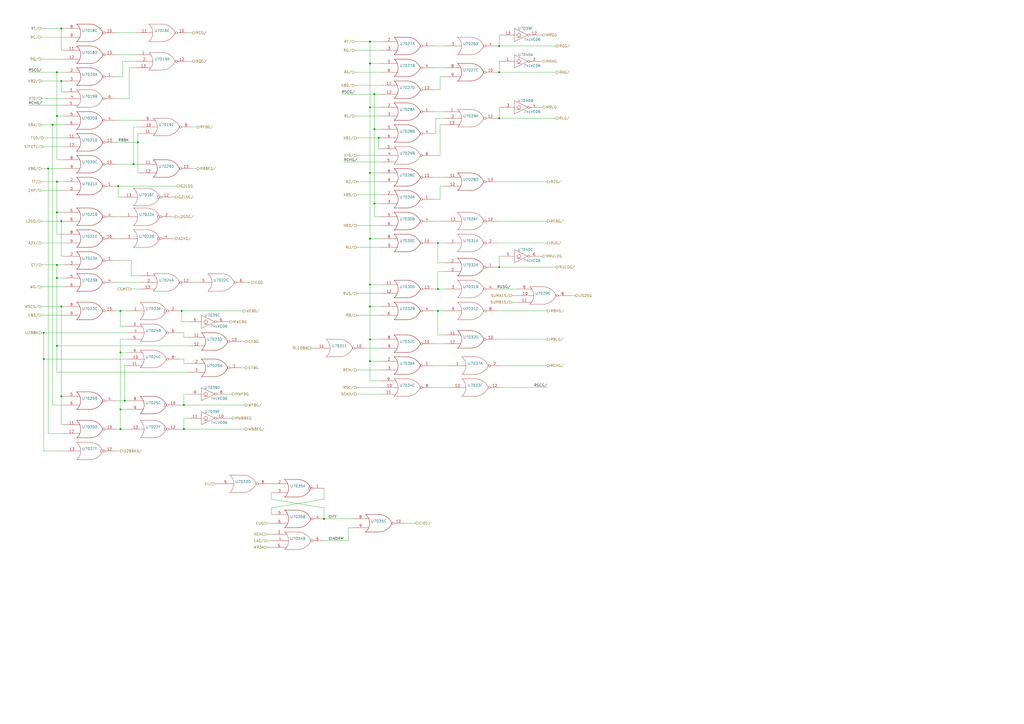
<source format=kicad_sch>
(kicad_sch (version 20211123) (generator eeschema)
  (paper "A2")
  (lib_symbols
    (symbol "agc_kicad_components:74HC02" (pin_names (offset 0.762))
      (property "Reference" "U" (at 0 1.27 0))
      (symbol "74HC02_1_1"
        (arc (start -7.62 -5.08) (mid -5.2708 0) (end -7.62 5.08) (stroke (width 0.2032)))
        (arc (start 0 -5.08) (mid 4.5812 -3.6906) (end 7.62 0) (stroke (width 0.2032)))
        (polyline (pts (xy -7.62 -5.08) (xy 0 -5.08)) (stroke (width 0.2032)))
        (polyline (pts (xy -7.62 5.08) (xy 0 5.08)) (stroke (width 0.2032)))
        (arc (start 7.62 0) (mid 4.5727 3.6819) (end 0 5.08) (stroke (width 0.2032)))
        (pin output inverted (at 15.24 0 180) (length 7.62) (name "~") (number "1"))
        (pin input line (at -15.24 2.54 0) (length 9.398) (name "~") (number "2"))
        (pin input line (at -15.24 -2.54 0) (length 9.398) (name "~") (number "3"))
      )
      (symbol "74HC02_2_1"
        (arc (start -7.62 -5.08) (mid -5.2708 0) (end -7.62 5.08) (stroke (width 0.2032)))
        (arc (start 0 -5.08) (mid 4.5812 -3.6906) (end 7.62 0) (stroke (width 0.2032)))
        (polyline (pts (xy -7.62 -5.08) (xy 0 -5.08)) (stroke (width 0.2032)))
        (polyline (pts (xy -7.62 5.08) (xy 0 5.08)) (stroke (width 0.2032)))
        (arc (start 7.62 0) (mid 4.5727 3.6819) (end 0 5.08) (stroke (width 0.2032)))
        (pin output inverted (at 15.24 0 180) (length 7.62) (name "~") (number "4"))
        (pin input line (at -15.24 2.54 0) (length 9.398) (name "~") (number "5"))
        (pin input line (at -15.24 -2.54 0) (length 9.398) (name "~") (number "6"))
      )
      (symbol "74HC02_3_1"
        (arc (start -7.62 -5.08) (mid -5.2708 0) (end -7.62 5.08) (stroke (width 0.2032)))
        (arc (start 0 -5.08) (mid 4.5812 -3.6906) (end 7.62 0) (stroke (width 0.2032)))
        (polyline (pts (xy -7.62 -5.08) (xy 0 -5.08)) (stroke (width 0.2032)))
        (polyline (pts (xy -7.62 5.08) (xy 0 5.08)) (stroke (width 0.2032)))
        (arc (start 7.62 0) (mid 4.5727 3.6819) (end 0 5.08) (stroke (width 0.2032)))
        (pin output inverted (at 15.24 0 180) (length 7.62) (name "~") (number "10"))
        (pin input line (at -15.24 2.54 0) (length 9.398) (name "~") (number "8"))
        (pin input line (at -15.24 -2.54 0) (length 9.398) (name "~") (number "9"))
      )
      (symbol "74HC02_4_1"
        (arc (start -7.62 -5.08) (mid -5.2708 0) (end -7.62 5.08) (stroke (width 0.2032)))
        (arc (start 0 -5.08) (mid 4.5812 -3.6906) (end 7.62 0) (stroke (width 0.2032)))
        (polyline (pts (xy -7.62 -5.08) (xy 0 -5.08)) (stroke (width 0.2032)))
        (polyline (pts (xy -7.62 5.08) (xy 0 5.08)) (stroke (width 0.2032)))
        (arc (start 7.62 0) (mid 4.5727 3.6819) (end 0 5.08) (stroke (width 0.2032)))
        (pin input line (at -15.24 2.54 0) (length 9.398) (name "~") (number "11"))
        (pin input line (at -15.24 -2.54 0) (length 9.398) (name "~") (number "12"))
        (pin output inverted (at 15.24 0 180) (length 7.62) (name "~") (number "13"))
      )
      (symbol "74HC02_5_0"
        (text "GND" (at 2.54 -3.81 0) (effects (font (size 0.9906 0.9906))))
        (text "VCC" (at 2.54 3.81 0) (effects (font (size 0.9906 0.9906))))
      )
      (symbol "74HC02_5_1"
        (rectangle (start -5.08 2.54) (end 5.08 -2.54))
        (pin power_in line (at 0 6.35 270) (length 3.81) (name "VCC") (number "14"))
        (pin power_in line (at 0 -6.35 90) (length 3.81) (name "GND") (number "7"))
      )
    )
    (symbol "agc_kicad_components:74HC04" (pin_names (offset 0.762))
      (property "Reference" "U" (at 0 1.27 0))
      (symbol "74HC04_1_1"
        (arc (start -7.62 -5.0292) (mid -5.3094 0.0082) (end -7.62 5.0546))
        (arc (start 0 -5.0546) (mid 4.5632 -3.6449) (end 7.5946 0.0508))
        (polyline (pts (xy -7.62 -5.08) (xy 0 -5.08)))
        (polyline (pts (xy -7.62 5.08) (xy 0 5.08)))
        (arc (start 7.62 0) (mid 4.6132 3.6946) (end 0.0508 5.08))
        (pin input line (at -15.24 0 0) (length 9.906) (name "~") (number "1"))
        (pin output inverted (at 15.24 0 180) (length 7.62) (name "~") (number "2"))
      )
      (symbol "74HC04_2_1"
        (arc (start -7.62 -5.0292) (mid -5.3094 0.0082) (end -7.62 5.0546))
        (arc (start 0 -5.0546) (mid 4.5632 -3.6449) (end 7.5946 0.0508))
        (polyline (pts (xy -7.62 -5.08) (xy 0 -5.08)))
        (polyline (pts (xy -7.62 5.08) (xy 0 5.08)))
        (arc (start 7.62 0) (mid 4.6132 3.6946) (end 0.0508 5.08))
        (pin input line (at -15.24 0 0) (length 9.906) (name "~") (number "3"))
        (pin output inverted (at 15.24 0 180) (length 7.62) (name "~") (number "4"))
      )
      (symbol "74HC04_3_1"
        (arc (start -7.62 -5.0292) (mid -5.3094 0.0082) (end -7.62 5.0546))
        (arc (start 0 -5.0546) (mid 4.5632 -3.6449) (end 7.5946 0.0508))
        (polyline (pts (xy -7.62 -5.08) (xy 0 -5.08)))
        (polyline (pts (xy -7.62 5.08) (xy 0 5.08)))
        (arc (start 7.62 0) (mid 4.6132 3.6946) (end 0.0508 5.08))
        (pin input line (at -15.24 0 0) (length 9.906) (name "~") (number "5"))
        (pin output inverted (at 15.24 0 180) (length 7.62) (name "~") (number "6"))
      )
      (symbol "74HC04_4_1"
        (arc (start -7.62 -5.0292) (mid -5.3094 0.0082) (end -7.62 5.0546))
        (arc (start 0 -5.0546) (mid 4.5632 -3.6449) (end 7.5946 0.0508))
        (polyline (pts (xy -7.62 -5.08) (xy 0 -5.08)))
        (polyline (pts (xy -7.62 5.08) (xy 0 5.08)))
        (arc (start 7.62 0) (mid 4.6132 3.6946) (end 0.0508 5.08))
        (pin output inverted (at 15.24 0 180) (length 7.62) (name "~") (number "8"))
        (pin input line (at -15.24 0 0) (length 9.906) (name "~") (number "9"))
      )
      (symbol "74HC04_5_1"
        (arc (start -7.62 -5.0292) (mid -5.3094 0.0082) (end -7.62 5.0546))
        (arc (start 0 -5.0546) (mid 4.5632 -3.6449) (end 7.5946 0.0508))
        (polyline (pts (xy -7.62 -5.08) (xy 0 -5.08)))
        (polyline (pts (xy -7.62 5.08) (xy 0 5.08)))
        (arc (start 7.62 0) (mid 4.6132 3.6946) (end 0.0508 5.08))
        (pin output inverted (at 15.24 0 180) (length 7.62) (name "~") (number "10"))
        (pin input line (at -15.24 0 0) (length 9.906) (name "~") (number "11"))
      )
      (symbol "74HC04_6_1"
        (arc (start -7.62 -5.0292) (mid -5.3094 0.0082) (end -7.62 5.0546))
        (arc (start 0 -5.0546) (mid 4.5632 -3.6449) (end 7.5946 0.0508))
        (polyline (pts (xy -7.62 -5.08) (xy 0 -5.08)))
        (polyline (pts (xy -7.62 5.08) (xy 0 5.08)))
        (arc (start 7.62 0) (mid 4.6132 3.6946) (end 0.0508 5.08))
        (pin output inverted (at 15.24 0 180) (length 7.62) (name "~") (number "12"))
        (pin input line (at -15.24 0 0) (length 9.906) (name "~") (number "13"))
      )
      (symbol "74HC04_7_0"
        (text "GND" (at 2.54 -3.81 0) (effects (font (size 0.9906 0.9906))))
        (text "VCC" (at 2.54 3.81 0) (effects (font (size 0.9906 0.9906))))
      )
      (symbol "74HC04_7_1"
        (rectangle (start -5.08 2.54) (end 5.08 -2.54))
        (pin power_in line (at 0 6.35 270) (length 3.81) (name "VCC") (number "14"))
        (pin power_in line (at 0 -6.35 90) (length 3.81) (name "GND") (number "7"))
      )
    )
    (symbol "agc_kicad_components:74HC27" (pin_names (offset 0.762))
      (property "Reference" "U" (at 0 1.27 0))
      (symbol "74HC27_1_1"
        (arc (start -7.62 -5.0292) (mid -5.3094 0.0082) (end -7.62 5.0546))
        (arc (start 0 -5.0546) (mid 4.5632 -3.6449) (end 7.5946 0.0508))
        (polyline (pts (xy -7.62 -5.08) (xy 0 -5.08)))
        (polyline (pts (xy -7.62 5.08) (xy 0 5.08)))
        (arc (start 7.62 0) (mid 4.6132 3.6946) (end 0.0508 5.08))
        (pin input line (at -15.24 3.81 0) (length 8.763) (name "~") (number "1"))
        (pin output inverted (at 15.24 0 180) (length 7.62) (name "~") (number "12"))
        (pin input line (at -15.24 -3.81 0) (length 8.763) (name "~") (number "13"))
        (pin input line (at -15.24 0 0) (length 9.906) (name "~") (number "2"))
      )
      (symbol "74HC27_2_1"
        (arc (start -7.62 -5.0292) (mid -5.3094 0.0082) (end -7.62 5.0546))
        (arc (start 0 -5.0546) (mid 4.5632 -3.6449) (end 7.5946 0.0508))
        (polyline (pts (xy -7.62 -5.08) (xy 0 -5.08)))
        (polyline (pts (xy -7.62 5.08) (xy 0 5.08)))
        (arc (start 7.62 0) (mid 4.6132 3.6946) (end 0.0508 5.08))
        (pin input line (at -15.24 3.81 0) (length 8.763) (name "~") (number "3"))
        (pin input line (at -15.24 0 0) (length 9.906) (name "~") (number "4"))
        (pin input line (at -15.24 -3.81 0) (length 8.763) (name "~") (number "5"))
        (pin output inverted (at 15.24 0 180) (length 7.62) (name "~") (number "6"))
      )
      (symbol "74HC27_3_1"
        (arc (start -7.62 -5.0292) (mid -5.3094 0.0082) (end -7.62 5.0546))
        (arc (start 0 -5.0546) (mid 4.5632 -3.6449) (end 7.5946 0.0508))
        (polyline (pts (xy -7.62 -5.08) (xy 0 -5.08)))
        (polyline (pts (xy -7.62 5.08) (xy 0 5.08)))
        (arc (start 7.62 0) (mid 4.6132 3.6946) (end 0.0508 5.08))
        (pin input line (at -15.24 0 0) (length 9.906) (name "~") (number "10"))
        (pin input line (at -15.24 -3.81 0) (length 8.763) (name "~") (number "11"))
        (pin output inverted (at 15.24 0 180) (length 7.62) (name "~") (number "8"))
        (pin input line (at -15.24 3.81 0) (length 8.763) (name "~") (number "9"))
      )
      (symbol "74HC27_4_0"
        (text "GND" (at 2.54 -3.81 0) (effects (font (size 0.9906 0.9906))))
        (text "VCC" (at 2.54 3.81 0) (effects (font (size 0.9906 0.9906))))
      )
      (symbol "74HC27_4_1"
        (rectangle (start -5.08 2.54) (end 5.08 -2.54))
        (pin power_in line (at 0 6.35 270) (length 3.81) (name "VCC") (number "14"))
        (pin power_in line (at 0 -6.35 90) (length 3.81) (name "GND") (number "7"))
      )
    )
    (symbol "agc_kicad_components:74LVC06" (pin_names (offset 0.762))
      (property "Reference" "U" (at 0 1.27 0))
      (symbol "74LVC06_1_0"
        (polyline (pts (xy -3.81 3.81) (xy -3.81 -3.81) (xy 3.81 0) (xy -3.81 3.81)))
      )
      (symbol "74LVC06_1_1"
        (polyline (pts (xy -2.54 -1.27) (xy 0 -1.27)))
        (polyline (pts (xy -1.27 1.27) (xy -2.54 0) (xy -1.27 -1.27) (xy 0 0) (xy -1.27 1.27)))
        (pin input line (at -11.43 0 0) (length 7.62) (name "~") (number "1"))
        (pin open_collector inverted (at 11.43 0 180) (length 7.62) (name "~") (number "2"))
      )
      (symbol "74LVC06_2_0"
        (polyline (pts (xy -3.81 3.81) (xy -3.81 -3.81) (xy 3.81 0) (xy -3.81 3.81)))
      )
      (symbol "74LVC06_2_1"
        (polyline (pts (xy -2.54 -1.27) (xy 0 -1.27)))
        (polyline (pts (xy -1.27 1.27) (xy -2.54 0) (xy -1.27 -1.27) (xy 0 0) (xy -1.27 1.27)))
        (pin input line (at -11.43 0 0) (length 7.62) (name "~") (number "3"))
        (pin open_collector inverted (at 11.43 0 180) (length 7.62) (name "~") (number "4"))
      )
      (symbol "74LVC06_3_0"
        (polyline (pts (xy -3.81 3.81) (xy -3.81 -3.81) (xy 3.81 0) (xy -3.81 3.81)))
      )
      (symbol "74LVC06_3_1"
        (polyline (pts (xy -2.54 -1.27) (xy 0 -1.27)))
        (polyline (pts (xy -1.27 1.27) (xy -2.54 0) (xy -1.27 -1.27) (xy 0 0) (xy -1.27 1.27)))
        (pin input line (at -11.43 0 0) (length 7.62) (name "~") (number "5"))
        (pin open_collector inverted (at 11.43 0 180) (length 7.62) (name "~") (number "6"))
      )
      (symbol "74LVC06_4_0"
        (polyline (pts (xy -3.81 3.81) (xy -3.81 -3.81) (xy 3.81 0) (xy -3.81 3.81)))
      )
      (symbol "74LVC06_4_1"
        (polyline (pts (xy -2.54 -1.27) (xy 0 -1.27)))
        (polyline (pts (xy -1.27 1.27) (xy -2.54 0) (xy -1.27 -1.27) (xy 0 0) (xy -1.27 1.27)))
        (pin open_collector inverted (at 11.43 0 180) (length 7.62) (name "~") (number "8"))
        (pin input line (at -11.43 0 0) (length 7.62) (name "~") (number "9"))
      )
      (symbol "74LVC06_5_0"
        (polyline (pts (xy -3.81 3.81) (xy -3.81 -3.81) (xy 3.81 0) (xy -3.81 3.81)))
      )
      (symbol "74LVC06_5_1"
        (polyline (pts (xy -2.54 -1.27) (xy 0 -1.27)))
        (polyline (pts (xy -1.27 1.27) (xy -2.54 0) (xy -1.27 -1.27) (xy 0 0) (xy -1.27 1.27)))
        (pin open_collector inverted (at 11.43 0 180) (length 7.62) (name "~") (number "10"))
        (pin input line (at -11.43 0 0) (length 7.62) (name "~") (number "11"))
      )
      (symbol "74LVC06_6_0"
        (polyline (pts (xy -3.81 3.81) (xy -3.81 -3.81) (xy 3.81 0) (xy -3.81 3.81)))
      )
      (symbol "74LVC06_6_1"
        (polyline (pts (xy -2.54 -1.27) (xy 0 -1.27)))
        (polyline (pts (xy -1.27 1.27) (xy -2.54 0) (xy -1.27 -1.27) (xy 0 0) (xy -1.27 1.27)))
        (pin open_collector inverted (at 11.43 0 180) (length 7.62) (name "~") (number "12"))
        (pin input line (at -11.43 0 0) (length 7.62) (name "~") (number "13"))
      )
      (symbol "74LVC06_7_0"
        (rectangle (start -5.08 2.54) (end 5.08 -2.54))
        (text "GND" (at 2.54 -3.81 0) (effects (font (size 0.9906 0.9906))))
        (text "VCC" (at 2.54 3.81 0) (effects (font (size 0.9906 0.9906))))
      )
      (symbol "74LVC06_7_1"
        (pin power_in line (at 0 6.35 270) (length 3.81) (name "VCC") (number "14"))
        (pin power_in line (at 0 -6.35 90) (length 3.81) (name "GND") (number "7"))
      )
    )
  )
  (junction (at 35.56 128.27))
  (junction (at 25.4 193.04))
  (junction (at 27.94 97.79))
  (junction (at 69.85 237.49))
  (junction (at 289.56 41.91))
  (junction (at 69.85 204.47))
  (junction (at 25.4 208.28))
  (junction (at 33.02 153.67))
  (junction (at 105.41 180.34))
  (junction (at 214.63 138.43))
  (junction (at 33.02 200.66))
  (junction (at 214.63 177.8))
  (junction (at 69.85 248.92))
  (junction (at 254 180.34))
  (junction (at 289.56 26.67))
  (junction (at 187.96 300.99))
  (junction (at 214.63 24.13))
  (junction (at 217.17 54.61))
  (junction (at 289.56 68.58))
  (junction (at 214.63 36.83))
  (junction (at 33.02 67.31))
  (junction (at 68.58 107.95))
  (junction (at 30.48 72.39))
  (junction (at 33.02 105.41))
  (junction (at 217.17 118.11))
  (junction (at 106.68 248.92))
  (junction (at 219.71 80.01))
  (junction (at 33.02 41.91))
  (junction (at 214.63 62.23))
  (junction (at 106.68 234.95))
  (junction (at 254 140.97))
  (junction (at 35.56 177.8))
  (junction (at 33.02 161.29))
  (junction (at 35.56 46.99))
  (junction (at 254 167.64))
  (junction (at 69.85 180.34))
  (junction (at 80.01 82.55))
  (junction (at 77.47 95.25))
  (junction (at 214.63 165.1))
  (junction (at 217.17 74.93))
  (junction (at 72.39 232.41))
  (junction (at 214.63 209.55))
  (junction (at 214.63 100.33))
  (junction (at 35.56 16.51))
  (junction (at 33.02 123.19))
  (junction (at 35.56 229.87))
  (junction (at 214.63 196.85))
  (junction (at 289.56 154.94))
  (wire (pts (xy 214.63 196.85) (xy 214.63 209.55)))
  (wire (pts (xy 68.58 107.95) (xy 68.58 114.3)))
  (wire (pts (xy 251.46 52.07) (xy 255.27 52.07)))
  (wire (pts (xy 33.02 215.9) (xy 109.22 215.9)))
  (wire (pts (xy 288.29 105.41) (xy 317.5 105.41)))
  (wire (pts (xy 214.63 138.43) (xy 220.98 138.43)))
  (wire (pts (xy 255.27 115.57) (xy 255.27 107.95)))
  (wire (pts (xy 24.13 177.8) (xy 35.56 177.8)))
  (wire (pts (xy 254 157.48) (xy 254 167.64)))
  (wire (pts (xy 214.63 24.13) (xy 214.63 36.83)))
  (wire (pts (xy 33.02 200.66) (xy 33.02 215.9)))
  (wire (pts (xy 289.56 62.23) (xy 289.56 68.58)))
  (wire (pts (xy 69.85 237.49) (xy 69.85 248.92)))
  (wire (pts (xy 67.31 107.95) (xy 68.58 107.95)))
  (wire (pts (xy 217.17 118.11) (xy 217.17 125.73)))
  (wire (pts (xy 33.02 123.19) (xy 33.02 135.89)))
  (wire (pts (xy 288.29 196.85) (xy 317.5 196.85)))
  (wire (pts (xy 35.56 128.27) (xy 36.83 128.27)))
  (wire (pts (xy 157.48 313.69) (xy 154.94 313.69)))
  (wire (pts (xy 313.69 20.32) (xy 314.96 20.32)))
  (wire (pts (xy 33.02 92.71) (xy 36.83 92.71)))
  (wire (pts (xy 67.31 19.05) (xy 78.74 19.05)))
  (wire (pts (xy 80.01 77.47) (xy 80.01 82.55)))
  (wire (pts (xy 30.48 72.39) (xy 36.83 72.39)))
  (wire (pts (xy 220.98 228.6) (xy 207.01 228.6)))
  (wire (pts (xy 33.02 67.31) (xy 33.02 92.71)))
  (wire (pts (xy 214.63 209.55) (xy 214.63 220.98)))
  (wire (pts (xy 25.4 80.01) (xy 36.83 80.01)))
  (wire (pts (xy 25.4 193.04) (xy 25.4 208.28)))
  (wire (pts (xy 214.63 165.1) (xy 214.63 177.8)))
  (wire (pts (xy 111.76 163.83) (xy 113.03 163.83)))
  (wire (pts (xy 289.56 20.32) (xy 290.83 20.32)))
  (wire (pts (xy 24.13 97.79) (xy 27.94 97.79)))
  (wire (pts (xy 254 140.97) (xy 257.81 140.97)))
  (wire (pts (xy 297.18 175.26) (xy 299.72 175.26)))
  (wire (pts (xy 207.01 80.01) (xy 219.71 80.01)))
  (wire (pts (xy 111.76 73.66) (xy 114.3 73.66)))
  (wire (pts (xy 24.13 128.27) (xy 35.56 128.27)))
  (wire (pts (xy 288.29 180.34) (xy 317.5 180.34)))
  (wire (pts (xy 80.01 82.55) (xy 80.01 100.33)))
  (wire (pts (xy 139.7 198.12) (xy 142.24 198.12)))
  (wire (pts (xy 187.96 300.99) (xy 187.96 294.64)))
  (wire (pts (xy 290.83 224.79) (xy 317.5 224.79)))
  (wire (pts (xy 24.13 193.04) (xy 25.4 193.04)))
  (wire (pts (xy 36.83 57.15) (xy 24.13 57.15)))
  (wire (pts (xy 67.31 57.15) (xy 74.93 57.15)))
  (wire (pts (xy 33.02 161.29) (xy 36.83 161.29)))
  (wire (pts (xy 36.83 251.46) (xy 27.94 251.46)))
  (wire (pts (xy 24.13 16.51) (xy 35.56 16.51)))
  (wire (pts (xy 106.68 248.92) (xy 142.24 248.92)))
  (wire (pts (xy 106.68 195.58) (xy 109.22 195.58)))
  (wire (pts (xy 100.33 114.3) (xy 101.6 114.3)))
  (wire (pts (xy 255.27 52.07) (xy 255.27 44.45)))
  (wire (pts (xy 201.93 306.07) (xy 204.47 306.07)))
  (wire (pts (xy 36.83 34.29) (xy 24.13 34.29)))
  (wire (pts (xy 67.31 151.13) (xy 76.2 151.13)))
  (wire (pts (xy 35.56 128.27) (xy 35.56 148.59)))
  (wire (pts (xy 254 180.34) (xy 254 194.31)))
  (wire (pts (xy 100.33 125.73) (xy 101.6 125.73)))
  (wire (pts (xy 187.96 300.99) (xy 204.47 300.99)))
  (wire (pts (xy 234.95 303.53) (xy 241.3 303.53)))
  (wire (pts (xy 69.85 189.23) (xy 73.66 189.23)))
  (wire (pts (xy 35.56 29.21) (xy 35.56 16.51)))
  (wire (pts (xy 25.4 208.28) (xy 25.4 261.62)))
  (wire (pts (xy 220.98 74.93) (xy 217.17 74.93)))
  (wire (pts (xy 30.48 72.39) (xy 30.48 234.95)))
  (wire (pts (xy 35.56 177.8) (xy 36.83 177.8)))
  (wire (pts (xy 219.71 80.01) (xy 219.71 86.36)))
  (wire (pts (xy 217.17 118.11) (xy 220.98 118.11)))
  (wire (pts (xy 254 194.31) (xy 257.81 194.31)))
  (wire (pts (xy 214.63 177.8) (xy 214.63 196.85)))
  (wire (pts (xy 33.02 200.66) (xy 109.22 200.66)))
  (wire (pts (xy 77.47 95.25) (xy 81.28 95.25)))
  (wire (pts (xy 251.46 212.09) (xy 260.35 212.09)))
  (wire (pts (xy 106.68 193.04) (xy 106.68 195.58)))
  (wire (pts (xy 255.27 90.17) (xy 255.27 72.39)))
  (wire (pts (xy 25.4 261.62) (xy 36.83 261.62)))
  (wire (pts (xy 30.48 234.95) (xy 36.83 234.95)))
  (wire (pts (xy 289.56 26.67) (xy 322.58 26.67)))
  (wire (pts (xy 219.71 86.36) (xy 220.98 86.36)))
  (wire (pts (xy 109.22 35.56) (xy 111.76 35.56)))
  (wire (pts (xy 157.48 280.67) (xy 156.21 280.67)))
  (wire (pts (xy 67.31 31.75) (xy 78.74 31.75)))
  (wire (pts (xy 35.56 53.34) (xy 36.83 53.34)))
  (wire (pts (xy 33.02 135.89) (xy 36.83 135.89)))
  (wire (pts (xy 104.14 180.34) (xy 105.41 180.34)))
  (wire (pts (xy 288.29 154.94) (xy 289.56 154.94)))
  (wire (pts (xy 35.56 246.38) (xy 36.83 246.38)))
  (wire (pts (xy 289.56 26.67) (xy 289.56 20.32)))
  (wire (pts (xy 290.83 62.23) (xy 289.56 62.23)))
  (wire (pts (xy 220.98 105.41) (xy 207.01 105.41)))
  (wire (pts (xy 69.85 196.85) (xy 69.85 204.47)))
  (wire (pts (xy 255.27 44.45) (xy 257.81 44.45)))
  (wire (pts (xy 187.96 313.69) (xy 201.93 313.69)))
  (wire (pts (xy 289.56 154.94) (xy 322.58 154.94)))
  (wire (pts (xy 27.94 251.46) (xy 27.94 97.79)))
  (wire (pts (xy 290.83 148.59) (xy 289.56 148.59)))
  (wire (pts (xy 289.56 148.59) (xy 289.56 154.94)))
  (wire (pts (xy 214.63 196.85) (xy 220.98 196.85)))
  (wire (pts (xy 181.61 201.93) (xy 180.34 201.93)))
  (wire (pts (xy 25.4 208.28) (xy 73.66 208.28)))
  (wire (pts (xy 217.17 125.73) (xy 220.98 125.73)))
  (wire (pts (xy 109.22 242.57) (xy 106.68 242.57)))
  (wire (pts (xy 220.98 224.79) (xy 207.01 224.79)))
  (wire (pts (xy 214.63 36.83) (xy 220.98 36.83)))
  (wire (pts (xy 132.08 242.57) (xy 134.62 242.57)))
  (wire (pts (xy 72.39 232.41) (xy 72.39 212.09)))
  (wire (pts (xy 214.63 138.43) (xy 214.63 165.1)))
  (wire (pts (xy 220.98 90.17) (xy 207.01 90.17)))
  (wire (pts (xy 157.48 294.64) (xy 157.48 298.45)))
  (wire (pts (xy 217.17 54.61) (xy 220.98 54.61)))
  (wire (pts (xy 74.93 57.15) (xy 74.93 39.37)))
  (wire (pts (xy 313.69 62.23) (xy 314.96 62.23)))
  (wire (pts (xy 288.29 140.97) (xy 317.5 140.97)))
  (wire (pts (xy 254 180.34) (xy 257.81 180.34)))
  (wire (pts (xy 109.22 19.05) (xy 111.76 19.05)))
  (wire (pts (xy 251.46 90.17) (xy 255.27 90.17)))
  (wire (pts (xy 24.13 153.67) (xy 33.02 153.67)))
  (wire (pts (xy 251.46 115.57) (xy 255.27 115.57)))
  (wire (pts (xy 106.68 228.6) (xy 106.68 234.95)))
  (wire (pts (xy 35.56 46.99) (xy 36.83 46.99)))
  (wire (pts (xy 205.74 24.13) (xy 214.63 24.13)))
  (wire (pts (xy 220.98 143.51) (xy 207.01 143.51)))
  (wire (pts (xy 33.02 41.91) (xy 33.02 67.31)))
  (wire (pts (xy 143.51 163.83) (xy 146.05 163.83)))
  (wire (pts (xy 33.02 105.41) (xy 33.02 123.19)))
  (wire (pts (xy 105.41 180.34) (xy 105.41 186.69)))
  (wire (pts (xy 220.98 93.98) (xy 199.39 93.98)))
  (wire (pts (xy 220.98 29.21) (xy 205.74 29.21)))
  (wire (pts (xy 220.98 67.31) (xy 205.74 67.31)))
  (wire (pts (xy 251.46 39.37) (xy 257.81 39.37)))
  (wire (pts (xy 69.85 138.43) (xy 67.31 138.43)))
  (wire (pts (xy 35.56 229.87) (xy 35.56 246.38)))
  (wire (pts (xy 254 167.64) (xy 257.81 167.64)))
  (wire (pts (xy 288.29 41.91) (xy 289.56 41.91)))
  (wire (pts (xy 76.2 160.02) (xy 81.28 160.02)))
  (wire (pts (xy 139.7 213.36) (xy 142.24 213.36)))
  (wire (pts (xy 257.81 128.27) (xy 251.46 128.27)))
  (wire (pts (xy 77.47 95.25) (xy 77.47 73.66)))
  (wire (pts (xy 212.09 201.93) (xy 220.98 201.93)))
  (wire (pts (xy 106.68 242.57) (xy 106.68 248.92)))
  (wire (pts (xy 25.4 85.09) (xy 36.83 85.09)))
  (wire (pts (xy 257.81 64.77) (xy 251.46 64.77)))
  (wire (pts (xy 105.41 180.34) (xy 140.97 180.34)))
  (wire (pts (xy 24.13 105.41) (xy 33.02 105.41)))
  (wire (pts (xy 254 152.4) (xy 254 140.97)))
  (wire (pts (xy 106.68 234.95) (xy 142.24 234.95)))
  (wire (pts (xy 73.66 237.49) (xy 69.85 237.49)))
  (wire (pts (xy 288.29 26.67) (xy 289.56 26.67)))
  (wire (pts (xy 36.83 29.21) (xy 35.56 29.21)))
  (wire (pts (xy 214.63 209.55) (xy 220.98 209.55)))
  (wire (pts (xy 106.68 210.82) (xy 109.22 210.82)))
  (wire (pts (xy 251.46 77.47) (xy 252.73 77.47)))
  (wire (pts (xy 36.83 166.37) (xy 24.13 166.37)))
  (wire (pts (xy 105.41 186.69) (xy 109.22 186.69)))
  (wire (pts (xy 214.63 100.33) (xy 220.98 100.33)))
  (wire (pts (xy 214.63 36.83) (xy 214.63 62.23)))
  (wire (pts (xy 157.48 289.56) (xy 157.48 285.75)))
  (wire (pts (xy 132.08 228.6) (xy 134.62 228.6)))
  (wire (pts (xy 33.02 123.19) (xy 36.83 123.19)))
  (wire (pts (xy 220.98 182.88) (xy 207.01 182.88)))
  (wire (pts (xy 257.81 102.87) (xy 251.46 102.87)))
  (wire (pts (xy 33.02 153.67) (xy 36.83 153.67)))
  (wire (pts (xy 125.73 280.67) (xy 124.46 280.67)))
  (wire (pts (xy 251.46 140.97) (xy 254 140.97)))
  (wire (pts (xy 255.27 72.39) (xy 257.81 72.39)))
  (wire (pts (xy 67.31 95.25) (xy 77.47 95.25)))
  (wire (pts (xy 67.31 82.55) (xy 80.01 82.55)))
  (wire (pts (xy 16.51 41.91) (xy 33.02 41.91)))
  (wire (pts (xy 27.94 97.79) (xy 36.83 97.79)))
  (wire (pts (xy 220.98 130.81) (xy 207.01 130.81)))
  (wire (pts (xy 80.01 100.33) (xy 81.28 100.33)))
  (wire (pts (xy 288.29 167.64) (xy 299.72 167.64)))
  (wire (pts (xy 157.48 303.53) (xy 154.94 303.53)))
  (wire (pts (xy 36.83 67.31) (xy 33.02 67.31)))
  (wire (pts (xy 76.2 151.13) (xy 76.2 160.02)))
  (wire (pts (xy 104.14 234.95) (xy 106.68 234.95)))
  (wire (pts (xy 73.66 204.47) (xy 69.85 204.47)))
  (wire (pts (xy 187.96 294.64) (xy 157.48 289.56)))
  (wire (pts (xy 71.12 35.56) (xy 78.74 35.56)))
  (wire (pts (xy 288.29 68.58) (xy 289.56 68.58)))
  (wire (pts (xy 251.46 199.39) (xy 257.81 199.39)))
  (wire (pts (xy 104.14 208.28) (xy 106.68 208.28)))
  (wire (pts (xy 289.56 35.56) (xy 290.83 35.56)))
  (wire (pts (xy 251.46 167.64) (xy 254 167.64)))
  (wire (pts (xy 187.96 289.56) (xy 157.48 294.64)))
  (wire (pts (xy 157.48 309.88) (xy 154.94 309.88)))
  (wire (pts (xy 67.31 163.83) (xy 81.28 163.83)))
  (wire (pts (xy 313.69 35.56) (xy 314.96 35.56)))
  (wire (pts (xy 252.73 68.58) (xy 257.81 68.58)))
  (wire (pts (xy 33.02 41.91) (xy 36.83 41.91)))
  (wire (pts (xy 260.35 224.79) (xy 251.46 224.79)))
  (wire (pts (xy 77.47 73.66) (xy 81.28 73.66)))
  (wire (pts (xy 214.63 220.98) (xy 220.98 220.98)))
  (wire (pts (xy 74.93 39.37) (xy 78.74 39.37)))
  (wire (pts (xy 132.08 186.69) (xy 133.35 186.69)))
  (wire (pts (xy 214.63 100.33) (xy 214.63 138.43)))
  (wire (pts (xy 69.85 180.34) (xy 73.66 180.34)))
  (wire (pts (xy 220.98 49.53) (xy 205.74 49.53)))
  (wire (pts (xy 255.27 107.95) (xy 257.81 107.95)))
  (wire (pts (xy 69.85 180.34) (xy 69.85 189.23)))
  (wire (pts (xy 25.4 193.04) (xy 73.66 193.04)))
  (wire (pts (xy 220.98 41.91) (xy 205.74 41.91)))
  (wire (pts (xy 35.56 177.8) (xy 35.56 229.87)))
  (wire (pts (xy 220.98 214.63) (xy 207.01 214.63)))
  (wire (pts (xy 24.13 46.99) (xy 35.56 46.99)))
  (wire (pts (xy 35.56 148.59) (xy 36.83 148.59)))
  (wire (pts (xy 157.48 317.5) (xy 154.94 317.5)))
  (wire (pts (xy 36.83 182.88) (xy 24.13 182.88)))
  (wire (pts (xy 313.69 148.59) (xy 314.96 148.59)))
  (wire (pts (xy 257.81 157.48) (xy 254 157.48)))
  (wire (pts (xy 252.73 77.47) (xy 252.73 68.58)))
  (wire (pts (xy 198.12 54.61) (xy 217.17 54.61)))
  (wire (pts (xy 33.02 105.41) (xy 36.83 105.41)))
  (wire (pts (xy 289.56 68.58) (xy 322.58 68.58)))
  (wire (pts (xy 24.13 21.59) (xy 36.83 21.59)))
  (wire (pts (xy 72.39 212.09) (xy 73.66 212.09)))
  (wire (pts (xy 289.56 41.91) (xy 289.56 35.56)))
  (wire (pts (xy 219.71 80.01) (xy 220.98 80.01)))
  (wire (pts (xy 289.56 41.91) (xy 322.58 41.91)))
  (wire (pts (xy 69.85 204.47) (xy 69.85 237.49)))
  (wire (pts (xy 69.85 196.85) (xy 73.66 196.85)))
  (wire (pts (xy 67.31 232.41) (xy 72.39 232.41)))
  (wire (pts (xy 69.85 248.92) (xy 73.66 248.92)))
  (wire (pts (xy 35.56 229.87) (xy 36.83 229.87)))
  (wire (pts (xy 217.17 74.93) (xy 217.17 118.11)))
  (wire (pts (xy 67.31 125.73) (xy 69.85 125.73)))
  (wire (pts (xy 33.02 153.67) (xy 33.02 161.29)))
  (wire (pts (xy 36.83 140.97) (xy 24.13 140.97)))
  (wire (pts (xy 214.63 177.8) (xy 220.98 177.8)))
  (wire (pts (xy 217.17 54.61) (xy 217.17 74.93)))
  (wire (pts (xy 35.56 46.99) (xy 35.56 53.34)))
  (wire (pts (xy 214.63 165.1) (xy 220.98 165.1)))
  (wire (pts (xy 100.33 138.43) (xy 101.6 138.43)))
  (wire (pts (xy 36.83 60.96) (xy 16.51 60.96)))
  (wire (pts (xy 214.63 24.13) (xy 220.98 24.13)))
  (wire (pts (xy 24.13 72.39) (xy 30.48 72.39)))
  (wire (pts (xy 72.39 232.41) (xy 73.66 232.41)))
  (wire (pts (xy 104.14 248.92) (xy 106.68 248.92)))
  (wire (pts (xy 35.56 16.51) (xy 36.83 16.51)))
  (wire (pts (xy 106.68 208.28) (xy 106.68 210.82)))
  (wire (pts (xy 33.02 161.29) (xy 33.02 200.66)))
  (wire (pts (xy 187.96 283.21) (xy 187.96 289.56)))
  (wire (pts (xy 80.01 77.47) (xy 81.28 77.47)))
  (wire (pts (xy 67.31 44.45) (xy 71.12 44.45)))
  (wire (pts (xy 251.46 180.34) (xy 254 180.34)))
  (wire (pts (xy 67.31 248.92) (xy 69.85 248.92)))
  (wire (pts (xy 214.63 62.23) (xy 220.98 62.23)))
  (wire (pts (xy 67.31 261.62) (xy 69.85 261.62)))
  (wire (pts (xy 334.01 171.45) (xy 330.2 171.45)))
  (wire (pts (xy 67.31 180.34) (xy 69.85 180.34)))
  (wire (pts (xy 297.18 171.45) (xy 299.72 171.45)))
  (wire (pts (xy 114.3 97.79) (xy 111.76 97.79)))
  (wire (pts (xy 251.46 26.67) (xy 257.81 26.67)))
  (wire (pts (xy 220.98 170.18) (xy 207.01 170.18)))
  (wire (pts (xy 214.63 62.23) (xy 214.63 100.33)))
  (wire (pts (xy 290.83 212.09) (xy 317.5 212.09)))
  (wire (pts (xy 104.14 193.04) (xy 106.68 193.04)))
  (wire (pts (xy 36.83 110.49) (xy 24.13 110.49)))
  (wire (pts (xy 68.58 107.95) (xy 102.87 107.95)))
  (wire (pts (xy 220.98 113.03) (xy 207.01 113.03)))
  (wire (pts (xy 109.22 228.6) (xy 106.68 228.6)))
  (wire (pts (xy 71.12 44.45) (xy 71.12 35.56)))
  (wire (pts (xy 68.58 114.3) (xy 69.85 114.3)))
  (wire (pts (xy 67.31 69.85) (xy 81.28 69.85)))
  (wire (pts (xy 257.81 152.4) (xy 254 152.4)))
  (wire (pts (xy 288.29 128.27) (xy 317.5 128.27)))
  (wire (pts (xy 81.28 167.64) (xy 76.2 167.64)))
  (wire (pts (xy 201.93 313.69) (xy 201.93 306.07)))
  (label "RBBK" (at 68.58 82.55 0) (effects (font (size 1.524 1.524))))
  (label "RSCG/" (at 317.5 224.79 180) (effects (font (size 1.524 1.524))))
  (label "CINORM" (at 190.5 313.69 0) (effects (font (size 1.524 1.524))))
  (label "RUSG/" (at 288.29 167.64 0) (effects (font (size 1.524 1.524))))
  (label "RSCG/" (at 16.51 41.91 0) (effects (font (size 1.524 1.524))))
  (label "CIFF" (at 190.5 300.99 0) (effects (font (size 1.524 1.524))))
  (label "RCHG/" (at 199.39 93.98 0) (effects (font (size 1.524 1.524))))
  (label "RCHG/" (at 16.51 60.96 0) (effects (font (size 1.524 1.524))))
  (label "RSCG/" (at 198.12 54.61 0) (effects (font (size 1.524 1.524))))
  (hierarchical_label "RUG/" (shape output) (at 317.5 140.97 0) (effects (font (size 1.524 1.524))))
  (hierarchical_label "RA/" (shape input) (at 205.74 41.91 180) (effects (font (size 1.524 1.524))))
  (hierarchical_label "MRAG" (shape output) (at 314.96 35.56 0) (effects (font (size 1.524 1.524))))
  (hierarchical_label "RZG/" (shape output) (at 317.5 105.41 0) (effects (font (size 1.524 1.524))))
  (hierarchical_label "US2SG" (shape output) (at 334.01 171.45 0) (effects (font (size 1.524 1.524))))
  (hierarchical_label "U2BBKG/" (shape output) (at 69.85 261.62 0) (effects (font (size 1.524 1.524))))
  (hierarchical_label "RCHG/" (shape output) (at 317.5 212.09 0) (effects (font (size 1.524 1.524))))
  (hierarchical_label "XB3/" (shape input) (at 207.01 130.81 180) (effects (font (size 1.524 1.524))))
  (hierarchical_label "STFET1/" (shape input) (at 25.4 85.09 180) (effects (font (size 1.524 1.524))))
  (hierarchical_label "MWEBG" (shape output) (at 133.35 186.69 0) (effects (font (size 1.524 1.524))))
  (hierarchical_label "MRGG" (shape output) (at 314.96 20.32 0) (effects (font (size 1.524 1.524))))
  (hierarchical_label "RUS/" (shape input) (at 207.01 170.18 180) (effects (font (size 1.524 1.524))))
  (hierarchical_label "WSCG/" (shape input) (at 24.13 177.8 180) (effects (font (size 1.524 1.524))))
  (hierarchical_label "RBBEG/" (shape output) (at 114.3 97.79 0) (effects (font (size 1.524 1.524))))
  (hierarchical_label "L2GDG/" (shape output) (at 101.6 125.73 0) (effects (font (size 1.524 1.524))))
  (hierarchical_label "RSC/" (shape input) (at 207.01 224.79 180) (effects (font (size 1.524 1.524))))
  (hierarchical_label "RC/" (shape input) (at 24.13 21.59 180) (effects (font (size 1.524 1.524))))
  (hierarchical_label "XT0/" (shape input) (at 207.01 90.17 180) (effects (font (size 1.524 1.524))))
  (hierarchical_label "XB1/" (shape input) (at 207.01 80.01 180) (effects (font (size 1.524 1.524))))
  (hierarchical_label "RBHG/" (shape output) (at 317.5 180.34 0) (effects (font (size 1.524 1.524))))
  (hierarchical_label "MRULOG" (shape output) (at 314.96 148.59 0) (effects (font (size 1.524 1.524))))
  (hierarchical_label "RT/" (shape input) (at 205.74 24.13 180) (effects (font (size 1.524 1.524))))
  (hierarchical_label "RGG/" (shape output) (at 322.58 26.67 0) (effects (font (size 1.524 1.524))))
  (hierarchical_label "SUMB15/" (shape input) (at 297.18 175.26 180) (effects (font (size 1.524 1.524))))
  (hierarchical_label "RG/" (shape input) (at 205.74 29.21 180) (effects (font (size 1.524 1.524))))
  (hierarchical_label "XB4/" (shape input) (at 24.13 72.39 180) (effects (font (size 1.524 1.524))))
  (hierarchical_label "RB/" (shape input) (at 207.01 182.88 180) (effects (font (size 1.524 1.524))))
  (hierarchical_label "L2GD/" (shape input) (at 24.13 128.27 180) (effects (font (size 1.524 1.524))))
  (hierarchical_label "RQ/" (shape input) (at 24.13 34.29 180) (effects (font (size 1.524 1.524))))
  (hierarchical_label "RCG/" (shape output) (at 111.76 19.05 0) (effects (font (size 1.524 1.524))))
  (hierarchical_label "CEBG" (shape output) (at 142.24 198.12 0) (effects (font (size 1.524 1.524))))
  (hierarchical_label "WEBG/" (shape output) (at 140.97 180.34 0) (effects (font (size 1.524 1.524))))
  (hierarchical_label "RBLG/" (shape output) (at 317.5 196.85 0) (effects (font (size 1.524 1.524))))
  (hierarchical_label "CT/" (shape input) (at 24.13 153.67 180) (effects (font (size 1.524 1.524))))
  (hierarchical_label "RLG/" (shape output) (at 322.58 68.58 0) (effects (font (size 1.524 1.524))))
  (hierarchical_label "CGG" (shape output) (at 146.05 163.83 0) (effects (font (size 1.524 1.524))))
  (hierarchical_label "EAC/" (shape input) (at 154.94 313.69 180) (effects (font (size 1.524 1.524))))
  (hierarchical_label "RT/" (shape input) (at 24.13 16.51 180) (effects (font (size 1.524 1.524))))
  (hierarchical_label "A2XG/" (shape output) (at 101.6 138.43 0) (effects (font (size 1.524 1.524))))
  (hierarchical_label "WBBEG/" (shape output) (at 142.24 248.92 0) (effects (font (size 1.524 1.524))))
  (hierarchical_label "G2LSG" (shape output) (at 102.87 107.95 0) (effects (font (size 1.524 1.524))))
  (hierarchical_label "CGMC" (shape input) (at 76.2 167.64 180) (effects (font (size 1.524 1.524))))
  (hierarchical_label "G2LSG/" (shape output) (at 101.6 114.3 0) (effects (font (size 1.524 1.524))))
  (hierarchical_label "RU/" (shape input) (at 207.01 143.51 180) (effects (font (size 1.524 1.524))))
  (hierarchical_label "RCH/" (shape input) (at 207.01 214.63 180) (effects (font (size 1.524 1.524))))
  (hierarchical_label "MWBBEG" (shape output) (at 134.62 242.57 0) (effects (font (size 1.524 1.524))))
  (hierarchical_label "CUG" (shape input) (at 154.94 303.53 180) (effects (font (size 1.524 1.524))))
  (hierarchical_label "NEAC" (shape input) (at 154.94 309.88 180) (effects (font (size 1.524 1.524))))
  (hierarchical_label "CFBG" (shape output) (at 142.24 213.36 0) (effects (font (size 1.524 1.524))))
  (hierarchical_label "RQG/" (shape output) (at 111.76 35.56 0) (effects (font (size 1.524 1.524))))
  (hierarchical_label "TT/" (shape input) (at 24.13 105.41 180) (effects (font (size 1.524 1.524))))
  (hierarchical_label "RL/" (shape input) (at 205.74 67.31 180) (effects (font (size 1.524 1.524))))
  (hierarchical_label "WFBG/" (shape output) (at 142.24 234.95 0) (effects (font (size 1.524 1.524))))
  (hierarchical_label "XB3/" (shape input) (at 24.13 182.88 180) (effects (font (size 1.524 1.524))))
  (hierarchical_label "MWFBG" (shape output) (at 134.62 228.6 0) (effects (font (size 1.524 1.524))))
  (hierarchical_label "SCAD/" (shape input) (at 207.01 228.6 180) (effects (font (size 1.524 1.524))))
  (hierarchical_label "A2X/" (shape input) (at 24.13 140.97 180) (effects (font (size 1.524 1.524))))
  (hierarchical_label "ZAP/" (shape input) (at 24.13 110.49 180) (effects (font (size 1.524 1.524))))
  (hierarchical_label "RAG/" (shape output) (at 322.58 41.91 0) (effects (font (size 1.524 1.524))))
  (hierarchical_label "MP3A" (shape input) (at 154.94 317.5 180) (effects (font (size 1.524 1.524))))
  (hierarchical_label "SUMA15/" (shape input) (at 297.18 171.45 180) (effects (font (size 1.524 1.524))))
  (hierarchical_label "CI01/" (shape output) (at 241.3 303.53 0) (effects (font (size 1.524 1.524))))
  (hierarchical_label "RULOG/" (shape output) (at 322.58 154.94 0) (effects (font (size 1.524 1.524))))
  (hierarchical_label "REBG/" (shape output) (at 317.5 128.27 0) (effects (font (size 1.524 1.524))))
  (hierarchical_label "RZ/" (shape input) (at 207.01 105.41 180) (effects (font (size 1.524 1.524))))
  (hierarchical_label "XB6/" (shape input) (at 24.13 97.79 180) (effects (font (size 1.524 1.524))))
  (hierarchical_label "XT0/" (shape input) (at 24.13 57.15 180) (effects (font (size 1.524 1.524))))
  (hierarchical_label "U2BBK" (shape input) (at 24.13 193.04 180) (effects (font (size 1.524 1.524))))
  (hierarchical_label "CI/" (shape input) (at 124.46 280.67 180) (effects (font (size 1.524 1.524))))
  (hierarchical_label "RFBG/" (shape output) (at 114.3 73.66 0) (effects (font (size 1.524 1.524))))
  (hierarchical_label "T10/" (shape input) (at 25.4 80.01 180) (effects (font (size 1.524 1.524))))
  (hierarchical_label "XB5/" (shape input) (at 207.01 113.03 180) (effects (font (size 1.524 1.524))))
  (hierarchical_label "WG/" (shape input) (at 24.13 166.37 180) (effects (font (size 1.524 1.524))))
  (hierarchical_label "XB0/" (shape input) (at 205.74 49.53 180) (effects (font (size 1.524 1.524))))
  (hierarchical_label "RL10BB" (shape input) (at 180.34 201.93 180) (effects (font (size 1.524 1.524))))
  (hierarchical_label "MRLG" (shape output) (at 314.96 62.23 0) (effects (font (size 1.524 1.524))))
  (hierarchical_label "XB2/" (shape input) (at 24.13 46.99 180) (effects (font (size 1.524 1.524))))
  (symbol (lib_id "agc_kicad_components:74HC02") (at 52.07 19.05 0) (unit 3)
    (property "Reference" "U7018" (at 52.07 17.78 0) (effects (font (size 1.524 1.524))))
    (property "Value" "74HC02" (effects hide))
  )
  (symbol (lib_id "agc_kicad_components:74HC04") (at 93.98 19.05 0) (unit 5)
    (property "Reference" "U7016" (at 93.98 17.78 0) (effects (font (size 1.524 1.524))))
    (property "Value" "74HC04" (effects hide))
  )
  (symbol (lib_id "agc_kicad_components:74HC02") (at 52.07 31.75 0) (unit 4)
    (property "Reference" "U7018" (at 52.07 30.48 0) (effects (font (size 1.524 1.524))))
    (property "Value" "74HC02" (effects hide))
  )
  (symbol (lib_id "agc_kicad_components:74HC27") (at 93.98 35.56 0) (unit 1)
    (property "Reference" "U7019" (at 93.98 34.29 0) (effects (font (size 1.524 1.524))))
    (property "Value" "74HC27" (effects hide))
  )
  (symbol (lib_id "agc_kicad_components:74HC02") (at 52.07 44.45 0) (unit 1)
    (property "Reference" "U7020" (at 52.07 43.18 0) (effects (font (size 1.524 1.524))))
    (property "Value" "74HC02" (effects hide))
  )
  (symbol (lib_id "agc_kicad_components:74HC27") (at 52.07 57.15 0) (unit 2)
    (property "Reference" "U7019" (at 52.07 55.88 0) (effects (font (size 1.524 1.524))))
    (property "Value" "74HC27" (effects hide))
  )
  (symbol (lib_id "agc_kicad_components:74HC02") (at 52.07 69.85 0) (unit 2)
    (property "Reference" "U7020" (at 52.07 68.58 0) (effects (font (size 1.524 1.524))))
    (property "Value" "74HC02" (effects hide))
  )
  (symbol (lib_id "agc_kicad_components:74HC27") (at 96.52 73.66 0) (unit 3)
    (property "Reference" "U7019" (at 96.52 72.39 0) (effects (font (size 1.524 1.524))))
    (property "Value" "74HC27" (effects hide))
  )
  (symbol (lib_id "agc_kicad_components:74HC02") (at 52.07 95.25 0) (unit 3)
    (property "Reference" "U7020" (at 52.07 93.98 0) (effects (font (size 1.524 1.524))))
    (property "Value" "74HC02" (effects hide))
  )
  (symbol (lib_id "agc_kicad_components:74HC02") (at 96.52 97.79 0) (unit 4)
    (property "Reference" "U7020" (at 96.52 96.52 0) (effects (font (size 1.524 1.524))))
    (property "Value" "74HC02" (effects hide))
  )
  (symbol (lib_id "agc_kicad_components:74HC02") (at 52.07 107.95 0) (unit 1)
    (property "Reference" "U7021" (at 52.07 106.68 0) (effects (font (size 1.524 1.524))))
    (property "Value" "74HC02" (effects hide))
  )
  (symbol (lib_id "agc_kicad_components:74HC04") (at 85.09 114.3 0) (unit 6)
    (property "Reference" "U7016" (at 85.09 113.03 0) (effects (font (size 1.524 1.524))))
    (property "Value" "74HC04" (effects hide))
    (property "Initial" "1" (at 91.44 114.3 0) (effects (font (size 1.524 1.524) italic)))
  )
  (symbol (lib_id "agc_kicad_components:74HC02") (at 52.07 125.73 0) (unit 2)
    (property "Reference" "U7021" (at 52.07 124.46 0) (effects (font (size 1.524 1.524))))
    (property "Value" "74HC02" (effects hide))
  )
  (symbol (lib_id "agc_kicad_components:74HC04") (at 85.09 125.73 0) (unit 1)
    (property "Reference" "U7022" (at 85.09 124.46 0) (effects (font (size 1.524 1.524))))
    (property "Value" "74HC04" (effects hide))
    (property "Initial" "1" (at 91.44 125.73 0) (effects (font (size 1.524 1.524) italic)))
  )
  (symbol (lib_id "agc_kicad_components:74HC04") (at 85.09 138.43 0) (unit 2)
    (property "Reference" "U7022" (at 85.09 137.16 0) (effects (font (size 1.524 1.524))))
    (property "Value" "74HC04" (effects hide))
    (property "Initial" "1" (at 91.44 138.43 0) (effects (font (size 1.524 1.524) italic)))
  )
  (symbol (lib_id "agc_kicad_components:74HC02") (at 52.07 138.43 0) (unit 3)
    (property "Reference" "U7021" (at 52.07 137.16 0) (effects (font (size 1.524 1.524))))
    (property "Value" "74HC02" (effects hide))
  )
  (symbol (lib_id "agc_kicad_components:74HC02") (at 52.07 82.55 0) (unit 4)
    (property "Reference" "U7021" (at 52.07 81.28 0) (effects (font (size 1.524 1.524))))
    (property "Value" "74HC02" (effects hide))
  )
  (symbol (lib_id "agc_kicad_components:74HC02") (at 52.07 151.13 0) (unit 1)
    (property "Reference" "U7023" (at 52.07 149.86 0) (effects (font (size 1.524 1.524))))
    (property "Value" "74HC02" (effects hide))
  )
  (symbol (lib_id "agc_kicad_components:74HC02") (at 52.07 163.83 0) (unit 2)
    (property "Reference" "U7023" (at 52.07 162.56 0) (effects (font (size 1.524 1.524))))
    (property "Value" "74HC02" (effects hide))
  )
  (symbol (lib_id "agc_kicad_components:74HC27") (at 96.52 163.83 0) (unit 1)
    (property "Reference" "U7024" (at 96.52 162.56 0) (effects (font (size 1.524 1.524))))
    (property "Value" "74HC27" (effects hide))
  )
  (symbol (lib_id "agc_kicad_components:74HC04") (at 128.27 163.83 0) (unit 3)
    (property "Reference" "U7022" (at 128.27 162.56 0) (effects (font (size 1.524 1.524))))
    (property "Value" "74HC04" (effects hide))
  )
  (symbol (lib_id "agc_kicad_components:74HC02") (at 52.07 180.34 0) (unit 3)
    (property "Reference" "U7023" (at 52.07 179.07 0) (effects (font (size 1.524 1.524))))
    (property "Value" "74HC02" (effects hide))
  )
  (symbol (lib_id "agc_kicad_components:74HC27") (at 88.9 193.04 0) (unit 2)
    (property "Reference" "U7024" (at 88.9 191.77 0) (effects (font (size 1.524 1.524))))
    (property "Value" "74HC27" (effects hide))
  )
  (symbol (lib_id "agc_kicad_components:74HC02") (at 124.46 198.12 0) (unit 4)
    (property "Reference" "U7023" (at 124.46 196.85 0) (effects (font (size 1.524 1.524))))
    (property "Value" "74HC02" (effects hide))
  )
  (symbol (lib_id "agc_kicad_components:74HC27") (at 88.9 208.28 0) (unit 3)
    (property "Reference" "U7024" (at 88.9 207.01 0) (effects (font (size 1.524 1.524))))
    (property "Value" "74HC27" (effects hide))
  )
  (symbol (lib_id "agc_kicad_components:74HC02") (at 124.46 213.36 0) (unit 1)
    (property "Reference" "U7025" (at 124.46 212.09 0) (effects (font (size 1.524 1.524))))
    (property "Value" "74HC02" (effects hide))
  )
  (symbol (lib_id "agc_kicad_components:74HC02") (at 52.07 232.41 0) (unit 2)
    (property "Reference" "U7025" (at 52.07 231.14 0) (effects (font (size 1.524 1.524))))
    (property "Value" "74HC02" (effects hide))
  )
  (symbol (lib_id "agc_kicad_components:74HC02") (at 88.9 234.95 0) (unit 3)
    (property "Reference" "U7025" (at 88.9 233.68 0) (effects (font (size 1.524 1.524))))
    (property "Value" "74HC02" (effects hide))
    (property "Initial" "1" (at 95.25 234.95 0) (effects (font (size 1.524 1.524) italic)))
  )
  (symbol (lib_id "agc_kicad_components:74HC02") (at 52.07 248.92 0) (unit 4)
    (property "Reference" "U7025" (at 52.07 247.65 0) (effects (font (size 1.524 1.524))))
    (property "Value" "74HC02" (effects hide))
  )
  (symbol (lib_id "agc_kicad_components:74HC04") (at 88.9 248.92 0) (unit 6)
    (property "Reference" "U7022" (at 88.9 247.65 0) (effects (font (size 1.524 1.524))))
    (property "Value" "74HC04" (effects hide))
    (property "Initial" "1" (at 95.25 248.92 0) (effects (font (size 1.524 1.524) italic)))
  )
  (symbol (lib_id "agc_kicad_components:74HC02") (at 236.22 26.67 0) (unit 1)
    (property "Reference" "U7027" (at 236.22 25.4 0) (effects (font (size 1.524 1.524))))
    (property "Value" "74HC02" (effects hide))
  )
  (symbol (lib_id "agc_kicad_components:74HC04") (at 273.05 26.67 0) (unit 2)
    (property "Reference" "U7026" (at 273.05 25.4 0) (effects (font (size 1.524 1.524))))
    (property "Value" "74HC04" (effects hide))
  )
  (symbol (lib_id "agc_kicad_components:74HC02") (at 236.22 39.37 0) (unit 2)
    (property "Reference" "U7027" (at 236.22 38.1 0) (effects (font (size 1.524 1.524))))
    (property "Value" "74HC02" (effects hide))
  )
  (symbol (lib_id "agc_kicad_components:74HC02") (at 273.05 41.91 0) (unit 3)
    (property "Reference" "U7027" (at 273.05 40.64 0) (effects (font (size 1.524 1.524))))
    (property "Value" "74HC02" (effects hide))
  )
  (symbol (lib_id "agc_kicad_components:74HC02") (at 236.22 52.07 0) (unit 4)
    (property "Reference" "U7027" (at 236.22 50.8 0) (effects (font (size 1.524 1.524))))
    (property "Value" "74HC02" (effects hide))
  )
  (symbol (lib_id "agc_kicad_components:74HC02") (at 236.22 64.77 0) (unit 1)
    (property "Reference" "U7028" (at 236.22 63.5 0) (effects (font (size 1.524 1.524))))
    (property "Value" "74HC02" (effects hide))
  )
  (symbol (lib_id "agc_kicad_components:74HC27") (at 273.05 68.58 0) (unit 1)
    (property "Reference" "U7029" (at 273.05 67.31 0) (effects (font (size 1.524 1.524))))
    (property "Value" "74HC27" (effects hide))
  )
  (symbol (lib_id "agc_kicad_components:74HC02") (at 236.22 77.47 0) (unit 2)
    (property "Reference" "U7028" (at 236.22 76.2 0) (effects (font (size 1.524 1.524))))
    (property "Value" "74HC02" (effects hide))
  )
  (symbol (lib_id "agc_kicad_components:74HC27") (at 236.22 90.17 0) (unit 2)
    (property "Reference" "U7029" (at 236.22 88.9 0) (effects (font (size 1.524 1.524))))
    (property "Value" "74HC27" (effects hide))
  )
  (symbol (lib_id "agc_kicad_components:74HC02") (at 236.22 102.87 0) (unit 3)
    (property "Reference" "U7028" (at 236.22 101.6 0) (effects (font (size 1.524 1.524))))
    (property "Value" "74HC02" (effects hide))
  )
  (symbol (lib_id "agc_kicad_components:74HC02") (at 273.05 105.41 0) (unit 4)
    (property "Reference" "U7028" (at 273.05 104.14 0) (effects (font (size 1.524 1.524))))
    (property "Value" "74HC02" (effects hide))
  )
  (symbol (lib_id "agc_kicad_components:74HC02") (at 236.22 115.57 0) (unit 1)
    (property "Reference" "U7030" (at 236.22 114.3 0) (effects (font (size 1.524 1.524))))
    (property "Value" "74HC02" (effects hide))
  )
  (symbol (lib_id "agc_kicad_components:74HC02") (at 236.22 128.27 0) (unit 2)
    (property "Reference" "U7030" (at 236.22 127 0) (effects (font (size 1.524 1.524))))
    (property "Value" "74HC02" (effects hide))
  )
  (symbol (lib_id "agc_kicad_components:74HC02") (at 236.22 140.97 0) (unit 3)
    (property "Reference" "U7030" (at 236.22 139.7 0) (effects (font (size 1.524 1.524))))
    (property "Value" "74HC02" (effects hide))
  )
  (symbol (lib_id "agc_kicad_components:74HC04") (at 273.05 128.27 0) (unit 6)
    (property "Reference" "U7026" (at 273.05 127 0) (effects (font (size 1.524 1.524))))
    (property "Value" "74HC04" (effects hide))
  )
  (symbol (lib_id "agc_kicad_components:74HC04") (at 273.05 140.97 0) (unit 1)
    (property "Reference" "U7031" (at 273.05 139.7 0) (effects (font (size 1.524 1.524))))
    (property "Value" "74HC04" (effects hide))
  )
  (symbol (lib_id "agc_kicad_components:74HC02") (at 236.22 167.64 0) (unit 4)
    (property "Reference" "U7030" (at 236.22 166.37 0) (effects (font (size 1.524 1.524))))
    (property "Value" "74HC02" (effects hide))
  )
  (symbol (lib_id "agc_kicad_components:74HC02") (at 273.05 154.94 0) (unit 1)
    (property "Reference" "U7032" (at 273.05 153.67 0) (effects (font (size 1.524 1.524))))
    (property "Value" "74HC02" (effects hide))
  )
  (symbol (lib_id "agc_kicad_components:74HC04") (at 273.05 167.64 0) (unit 2)
    (property "Reference" "U7031" (at 273.05 166.37 0) (effects (font (size 1.524 1.524))))
    (property "Value" "74HC04" (effects hide))
  )
  (symbol (lib_id "agc_kicad_components:74HC02") (at 236.22 180.34 0) (unit 2)
    (property "Reference" "U7032" (at 236.22 179.07 0) (effects (font (size 1.524 1.524))))
    (property "Value" "74HC02" (effects hide))
  )
  (symbol (lib_id "agc_kicad_components:74HC04") (at 273.05 180.34 0) (unit 4)
    (property "Reference" "U7031" (at 273.05 179.07 0) (effects (font (size 1.524 1.524))))
    (property "Value" "74HC04" (effects hide))
  )
  (symbol (lib_id "agc_kicad_components:74HC04") (at 196.85 201.93 0) (unit 5)
    (property "Reference" "U7031" (at 196.85 200.66 0) (effects (font (size 1.524 1.524))))
    (property "Value" "74HC04" (effects hide))
  )
  (symbol (lib_id "agc_kicad_components:74HC02") (at 236.22 199.39 0) (unit 3)
    (property "Reference" "U7032" (at 236.22 198.12 0) (effects (font (size 1.524 1.524))))
    (property "Value" "74HC02" (effects hide))
  )
  (symbol (lib_id "agc_kicad_components:74HC02") (at 273.05 196.85 0) (unit 4)
    (property "Reference" "U7032" (at 273.05 195.58 0) (effects (font (size 1.524 1.524))))
    (property "Value" "74HC02" (effects hide))
  )
  (symbol (lib_id "agc_kicad_components:74HC02") (at 172.72 283.21 0) (unit 1)
    (property "Reference" "U7035" (at 172.72 281.94 0) (effects (font (size 1.524 1.524))))
    (property "Value" "74HC02" (effects hide))
    (property "Initial" "1" (at 179.07 283.21 0) (effects (font (size 1.524 1.524) italic)))
  )
  (symbol (lib_id "agc_kicad_components:74HC02") (at 172.72 300.99 0) (unit 2)
    (property "Reference" "U7035" (at 172.72 299.72 0) (effects (font (size 1.524 1.524))))
    (property "Value" "74HC02" (effects hide))
  )
  (symbol (lib_id "agc_kicad_components:74HC04") (at 140.97 280.67 0) (unit 4)
    (property "Reference" "U7033" (at 140.97 279.4 0) (effects (font (size 1.524 1.524))))
    (property "Value" "74HC04" (effects hide))
  )
  (symbol (lib_id "agc_kicad_components:74HC02") (at 219.71 303.53 0) (unit 3)
    (property "Reference" "U7035" (at 219.71 302.26 0) (effects (font (size 1.524 1.524))))
    (property "Value" "74HC02" (effects hide))
  )
  (symbol (lib_id "agc_kicad_components:74HC27") (at 172.72 313.69 0) (unit 2)
    (property "Reference" "U7034" (at 172.72 312.42 0) (effects (font (size 1.524 1.524))))
    (property "Value" "74HC27" (effects hide))
  )
  (symbol (lib_id "agc_kicad_components:74HC04") (at 52.07 261.62 0) (unit 6)
    (property "Reference" "U7037" (at 52.07 260.35 0) (effects (font (size 1.524 1.524))))
    (property "Value" "74HC04" (effects hide))
    (property "Initial" "1" (at 58.42 261.62 0) (effects (font (size 1.524 1.524) italic)))
  )
  (symbol (lib_id "agc_kicad_components:74HC27") (at 236.22 224.79 0) (unit 3)
    (property "Reference" "U7034" (at 236.22 223.52 0) (effects (font (size 1.524 1.524))))
    (property "Value" "74HC27" (effects hide))
  )
  (symbol (lib_id "agc_kicad_components:74HC04") (at 275.59 224.79 0) (unit 6)
    (property "Reference" "U7033" (at 275.59 223.52 0) (effects (font (size 1.524 1.524))))
    (property "Value" "74HC04" (effects hide))
  )
  (symbol (lib_id "agc_kicad_components:74HC02") (at 236.22 212.09 0) (unit 1)
    (property "Reference" "U7036" (at 236.22 210.82 0) (effects (font (size 1.524 1.524))))
    (property "Value" "74HC02" (effects hide))
  )
  (symbol (lib_id "agc_kicad_components:74HC04") (at 275.59 212.09 0) (unit 1)
    (property "Reference" "U7037" (at 275.59 210.82 0) (effects (font (size 1.524 1.524))))
    (property "Value" "74HC04" (effects hide))
  )
  (symbol (lib_id "agc_kicad_components:74HC27") (at 314.96 171.45 0) (unit 3)
    (property "Reference" "U7029" (at 314.96 170.18 0) (effects (font (size 1.524 1.524))))
    (property "Value" "74HC27" (effects hide))
  )
  (symbol (lib_id "agc_kicad_components:74HC04") (at 88.9 180.34 0) (unit 1)
    (property "Reference" "U7033" (at 88.9 179.07 0) (effects (font (size 1.524 1.524))))
    (property "Value" "74HC04" (effects hide))
    (property "Initial" "1" (at 95.25 180.34 0) (effects (font (size 1.524 1.524) italic)))
  )
  (symbol (lib_id "agc_kicad_components:74LVC06") (at 120.65 186.69 0) (unit 3)
    (property "Reference" "U7039" (at 123.19 182.88 0) (effects (font (size 1.524 1.524))))
    (property "Value" "74LVC06" (at 127 189.23 0) (effects (font (size 1.524 1.524))))
  )
  (symbol (lib_id "agc_kicad_components:74LVC06") (at 120.65 228.6 0) (unit 4)
    (property "Reference" "U7039" (at 123.19 224.79 0) (effects (font (size 1.524 1.524))))
    (property "Value" "74LVC06" (at 127 231.14 0) (effects (font (size 1.524 1.524))))
  )
  (symbol (lib_id "agc_kicad_components:74LVC06") (at 120.65 242.57 0) (unit 5)
    (property "Reference" "U7039" (at 123.19 238.76 0) (effects (font (size 1.524 1.524))))
    (property "Value" "74LVC06" (at 127 245.11 0) (effects (font (size 1.524 1.524))))
  )
  (symbol (lib_id "agc_kicad_components:74LVC06") (at 302.26 20.32 0) (unit 6)
    (property "Reference" "U7039" (at 304.8 16.51 0) (effects (font (size 1.524 1.524))))
    (property "Value" "74LVC06" (at 308.61 22.86 0) (effects (font (size 1.524 1.524))))
  )
  (symbol (lib_id "agc_kicad_components:74LVC06") (at 302.26 35.56 0) (unit 1)
    (property "Reference" "U7040" (at 304.8 31.75 0) (effects (font (size 1.524 1.524))))
    (property "Value" "74LVC06" (at 308.61 38.1 0) (effects (font (size 1.524 1.524))))
  )
  (symbol (lib_id "agc_kicad_components:74LVC06") (at 302.26 62.23 0) (unit 2)
    (property "Reference" "U7040" (at 304.8 58.42 0) (effects (font (size 1.524 1.524))))
    (property "Value" "74LVC06" (at 308.61 64.77 0) (effects (font (size 1.524 1.524))))
  )
  (symbol (lib_id "agc_kicad_components:74LVC06") (at 302.26 148.59 0) (unit 3)
    (property "Reference" "U7040" (at 304.8 144.78 0) (effects (font (size 1.524 1.524))))
    (property "Value" "74LVC06" (at 308.61 151.13 0) (effects (font (size 1.524 1.524))))
  )
)
</source>
